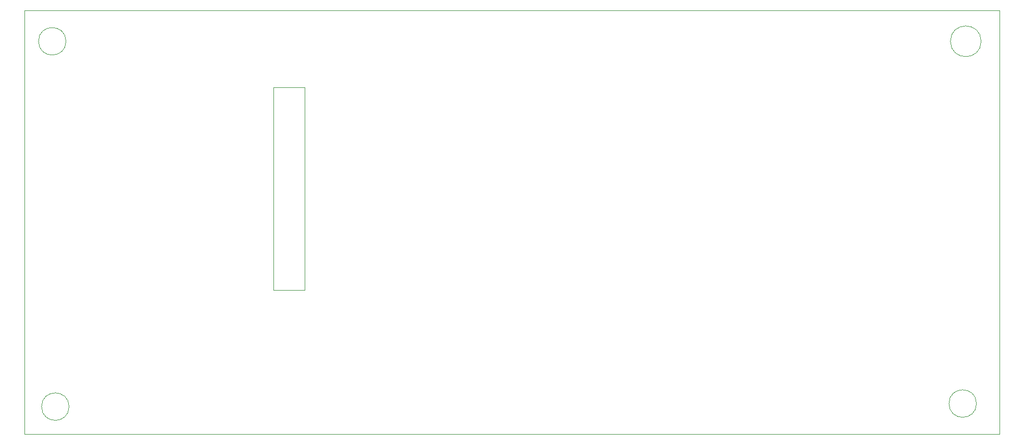
<source format=gbr>
G04 #@! TF.GenerationSoftware,KiCad,Pcbnew,(5.1.5)-3*
G04 #@! TF.CreationDate,2020-07-19T03:42:33+05:30*
G04 #@! TF.ProjectId,HA-V1.0,48412d56-312e-4302-9e6b-696361645f70,rev?*
G04 #@! TF.SameCoordinates,Original*
G04 #@! TF.FileFunction,Profile,NP*
%FSLAX46Y46*%
G04 Gerber Fmt 4.6, Leading zero omitted, Abs format (unit mm)*
G04 Created by KiCad (PCBNEW (5.1.5)-3) date 2020-07-19 03:42:33*
%MOMM*%
%LPD*%
G04 APERTURE LIST*
%ADD10C,0.050000*%
G04 APERTURE END LIST*
D10*
X56736068Y-62500000D02*
G75*
G03X56736068Y-62500000I-2236068J0D01*
G01*
X57236068Y-122000000D02*
G75*
G03X57236068Y-122000000I-2236068J0D01*
G01*
X204736068Y-121500000D02*
G75*
G03X204736068Y-121500000I-2236068J0D01*
G01*
X205500000Y-62500000D02*
G75*
G03X205500000Y-62500000I-2500000J0D01*
G01*
X50000000Y-126500000D02*
X50500000Y-126500000D01*
X50000000Y-80500000D02*
X50000000Y-126500000D01*
X208500000Y-126500000D02*
X50500000Y-126500000D01*
X208500000Y-57500000D02*
X208500000Y-126500000D01*
X50000000Y-57500000D02*
X208500000Y-57500000D01*
X50000000Y-80500000D02*
X50000000Y-57500000D01*
X90500000Y-70000000D02*
X90500000Y-72000000D01*
X95500000Y-70000000D02*
X90500000Y-70000000D01*
X95500000Y-103000000D02*
X95500000Y-70000000D01*
X90500000Y-103000000D02*
X95500000Y-103000000D01*
X90500000Y-71000000D02*
X90500000Y-103000000D01*
M02*

</source>
